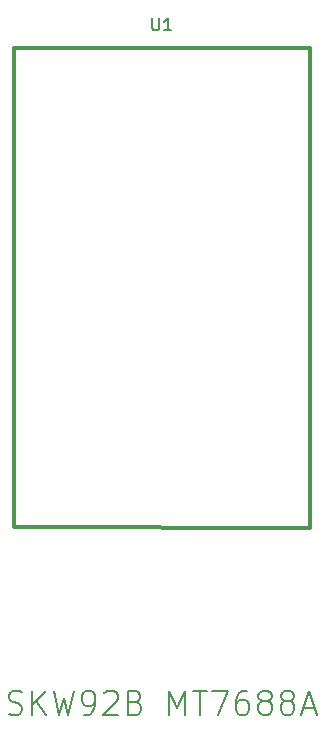
<source format=gbr>
G04 #@! TF.GenerationSoftware,KiCad,Pcbnew,5.1.6*
G04 #@! TF.CreationDate,2020-07-26T18:09:44+03:00*
G04 #@! TF.ProjectId,kicad-skw92b-mt7688a-adapter,6b696361-642d-4736-9b77-3932622d6d74,rev?*
G04 #@! TF.SameCoordinates,Original*
G04 #@! TF.FileFunction,Legend,Top*
G04 #@! TF.FilePolarity,Positive*
%FSLAX46Y46*%
G04 Gerber Fmt 4.6, Leading zero omitted, Abs format (unit mm)*
G04 Created by KiCad (PCBNEW 5.1.6) date 2020-07-26 18:09:44*
%MOMM*%
%LPD*%
G01*
G04 APERTURE LIST*
%ADD10C,0.150000*%
%ADD11C,0.120000*%
%ADD12C,0.300000*%
G04 APERTURE END LIST*
D10*
X137022619Y-136809523D02*
X137308333Y-136904761D01*
X137784523Y-136904761D01*
X137975000Y-136809523D01*
X138070238Y-136714285D01*
X138165476Y-136523809D01*
X138165476Y-136333333D01*
X138070238Y-136142857D01*
X137975000Y-136047619D01*
X137784523Y-135952380D01*
X137403571Y-135857142D01*
X137213095Y-135761904D01*
X137117857Y-135666666D01*
X137022619Y-135476190D01*
X137022619Y-135285714D01*
X137117857Y-135095238D01*
X137213095Y-135000000D01*
X137403571Y-134904761D01*
X137879761Y-134904761D01*
X138165476Y-135000000D01*
X139022619Y-136904761D02*
X139022619Y-134904761D01*
X140165476Y-136904761D02*
X139308333Y-135761904D01*
X140165476Y-134904761D02*
X139022619Y-136047619D01*
X140832142Y-134904761D02*
X141308333Y-136904761D01*
X141689285Y-135476190D01*
X142070238Y-136904761D01*
X142546428Y-134904761D01*
X143403571Y-136904761D02*
X143784523Y-136904761D01*
X143975000Y-136809523D01*
X144070238Y-136714285D01*
X144260714Y-136428571D01*
X144355952Y-136047619D01*
X144355952Y-135285714D01*
X144260714Y-135095238D01*
X144165476Y-135000000D01*
X143975000Y-134904761D01*
X143594047Y-134904761D01*
X143403571Y-135000000D01*
X143308333Y-135095238D01*
X143213095Y-135285714D01*
X143213095Y-135761904D01*
X143308333Y-135952380D01*
X143403571Y-136047619D01*
X143594047Y-136142857D01*
X143975000Y-136142857D01*
X144165476Y-136047619D01*
X144260714Y-135952380D01*
X144355952Y-135761904D01*
X145117857Y-135095238D02*
X145213095Y-135000000D01*
X145403571Y-134904761D01*
X145879761Y-134904761D01*
X146070238Y-135000000D01*
X146165476Y-135095238D01*
X146260714Y-135285714D01*
X146260714Y-135476190D01*
X146165476Y-135761904D01*
X145022619Y-136904761D01*
X146260714Y-136904761D01*
X147784523Y-135857142D02*
X148070238Y-135952380D01*
X148165476Y-136047619D01*
X148260714Y-136238095D01*
X148260714Y-136523809D01*
X148165476Y-136714285D01*
X148070238Y-136809523D01*
X147879761Y-136904761D01*
X147117857Y-136904761D01*
X147117857Y-134904761D01*
X147784523Y-134904761D01*
X147975000Y-135000000D01*
X148070238Y-135095238D01*
X148165476Y-135285714D01*
X148165476Y-135476190D01*
X148070238Y-135666666D01*
X147975000Y-135761904D01*
X147784523Y-135857142D01*
X147117857Y-135857142D01*
X150641666Y-136904761D02*
X150641666Y-134904761D01*
X151308333Y-136333333D01*
X151975000Y-134904761D01*
X151975000Y-136904761D01*
X152641666Y-134904761D02*
X153784523Y-134904761D01*
X153213095Y-136904761D02*
X153213095Y-134904761D01*
X154260714Y-134904761D02*
X155594047Y-134904761D01*
X154736904Y-136904761D01*
X157213095Y-134904761D02*
X156832142Y-134904761D01*
X156641666Y-135000000D01*
X156546428Y-135095238D01*
X156355952Y-135380952D01*
X156260714Y-135761904D01*
X156260714Y-136523809D01*
X156355952Y-136714285D01*
X156451190Y-136809523D01*
X156641666Y-136904761D01*
X157022619Y-136904761D01*
X157213095Y-136809523D01*
X157308333Y-136714285D01*
X157403571Y-136523809D01*
X157403571Y-136047619D01*
X157308333Y-135857142D01*
X157213095Y-135761904D01*
X157022619Y-135666666D01*
X156641666Y-135666666D01*
X156451190Y-135761904D01*
X156355952Y-135857142D01*
X156260714Y-136047619D01*
X158546428Y-135761904D02*
X158355952Y-135666666D01*
X158260714Y-135571428D01*
X158165476Y-135380952D01*
X158165476Y-135285714D01*
X158260714Y-135095238D01*
X158355952Y-135000000D01*
X158546428Y-134904761D01*
X158927380Y-134904761D01*
X159117857Y-135000000D01*
X159213095Y-135095238D01*
X159308333Y-135285714D01*
X159308333Y-135380952D01*
X159213095Y-135571428D01*
X159117857Y-135666666D01*
X158927380Y-135761904D01*
X158546428Y-135761904D01*
X158355952Y-135857142D01*
X158260714Y-135952380D01*
X158165476Y-136142857D01*
X158165476Y-136523809D01*
X158260714Y-136714285D01*
X158355952Y-136809523D01*
X158546428Y-136904761D01*
X158927380Y-136904761D01*
X159117857Y-136809523D01*
X159213095Y-136714285D01*
X159308333Y-136523809D01*
X159308333Y-136142857D01*
X159213095Y-135952380D01*
X159117857Y-135857142D01*
X158927380Y-135761904D01*
X160451190Y-135761904D02*
X160260714Y-135666666D01*
X160165476Y-135571428D01*
X160070238Y-135380952D01*
X160070238Y-135285714D01*
X160165476Y-135095238D01*
X160260714Y-135000000D01*
X160451190Y-134904761D01*
X160832142Y-134904761D01*
X161022619Y-135000000D01*
X161117857Y-135095238D01*
X161213095Y-135285714D01*
X161213095Y-135380952D01*
X161117857Y-135571428D01*
X161022619Y-135666666D01*
X160832142Y-135761904D01*
X160451190Y-135761904D01*
X160260714Y-135857142D01*
X160165476Y-135952380D01*
X160070238Y-136142857D01*
X160070238Y-136523809D01*
X160165476Y-136714285D01*
X160260714Y-136809523D01*
X160451190Y-136904761D01*
X160832142Y-136904761D01*
X161022619Y-136809523D01*
X161117857Y-136714285D01*
X161213095Y-136523809D01*
X161213095Y-136142857D01*
X161117857Y-135952380D01*
X161022619Y-135857142D01*
X160832142Y-135761904D01*
X161974999Y-136333333D02*
X162927380Y-136333333D01*
X161784523Y-136904761D02*
X162451190Y-134904761D01*
X163117857Y-136904761D01*
D11*
X137500000Y-80600000D02*
X137500000Y-80500000D01*
D12*
X137500000Y-121000000D02*
X137500000Y-80600000D01*
X162500000Y-121100000D02*
X137500000Y-121000000D01*
X162500000Y-80500000D02*
X162500000Y-121100000D01*
X137500000Y-80500000D02*
X162500000Y-80500000D01*
D10*
X149188095Y-77952380D02*
X149188095Y-78761904D01*
X149235714Y-78857142D01*
X149283333Y-78904761D01*
X149378571Y-78952380D01*
X149569047Y-78952380D01*
X149664285Y-78904761D01*
X149711904Y-78857142D01*
X149759523Y-78761904D01*
X149759523Y-77952380D01*
X150759523Y-78952380D02*
X150188095Y-78952380D01*
X150473809Y-78952380D02*
X150473809Y-77952380D01*
X150378571Y-78095238D01*
X150283333Y-78190476D01*
X150188095Y-78238095D01*
M02*

</source>
